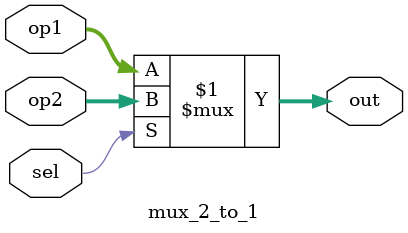
<source format=sv>
module mux_2_to_1 #(
    parameter WIDTH = 32
)
(
    input [WIDTH - 1:0] op1,
    input [WIDTH - 1:0] op2,
    input sel,
    output [WIDTH - 1:0] out
);
    assign out = sel ? op2 : op1;
endmodule
</source>
